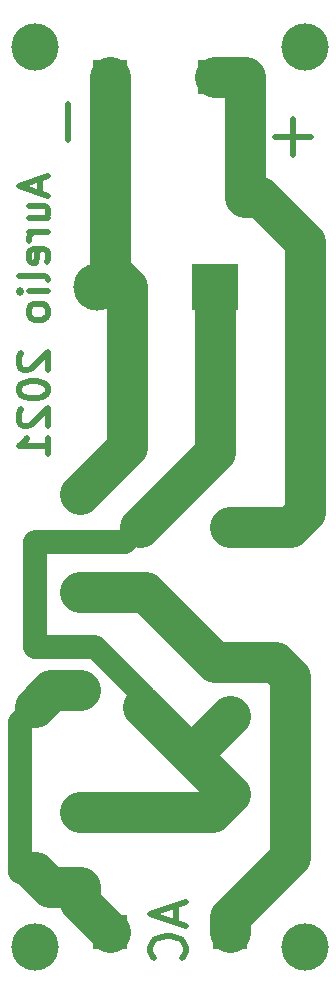
<source format=gbr>
%TF.GenerationSoftware,KiCad,Pcbnew,5.1.9-73d0e3b20d~88~ubuntu20.04.1*%
%TF.CreationDate,2021-04-01T19:01:08+02:00*%
%TF.ProjectId,fuente1,6675656e-7465-4312-9e6b-696361645f70,rev?*%
%TF.SameCoordinates,PXc1c960PYc1c960*%
%TF.FileFunction,Copper,L2,Bot*%
%TF.FilePolarity,Positive*%
%FSLAX46Y46*%
G04 Gerber Fmt 4.6, Leading zero omitted, Abs format (unit mm)*
G04 Created by KiCad (PCBNEW 5.1.9-73d0e3b20d~88~ubuntu20.04.1) date 2021-04-01 19:01:08*
%MOMM*%
%LPD*%
G01*
G04 APERTURE LIST*
%TA.AperFunction,NonConductor*%
%ADD10C,0.500000*%
%TD*%
%TA.AperFunction,ComponentPad*%
%ADD11C,3.000000*%
%TD*%
%TA.AperFunction,ComponentPad*%
%ADD12C,4.000000*%
%TD*%
%TA.AperFunction,ComponentPad*%
%ADD13R,4.000000X4.000000*%
%TD*%
%TA.AperFunction,ComponentPad*%
%ADD14R,3.000000X3.000000*%
%TD*%
%TA.AperFunction,ViaPad*%
%ADD15C,4.000000*%
%TD*%
%TA.AperFunction,Conductor*%
%ADD16C,3.500000*%
%TD*%
%TA.AperFunction,Conductor*%
%ADD17C,2.000000*%
%TD*%
G04 APERTURE END LIST*
D10*
X2956666Y-13733333D02*
X2956666Y-14923809D01*
X3670952Y-13495238D02*
X1170952Y-14328571D01*
X3670952Y-15161904D01*
X2004285Y-17066666D02*
X3670952Y-17066666D01*
X2004285Y-15995238D02*
X3313809Y-15995238D01*
X3551904Y-16114285D01*
X3670952Y-16352380D01*
X3670952Y-16709523D01*
X3551904Y-16947619D01*
X3432857Y-17066666D01*
X3670952Y-18257142D02*
X2004285Y-18257142D01*
X2480476Y-18257142D02*
X2242380Y-18376190D01*
X2123333Y-18495238D01*
X2004285Y-18733333D01*
X2004285Y-18971428D01*
X3551904Y-20757142D02*
X3670952Y-20519047D01*
X3670952Y-20042857D01*
X3551904Y-19804761D01*
X3313809Y-19685714D01*
X2361428Y-19685714D01*
X2123333Y-19804761D01*
X2004285Y-20042857D01*
X2004285Y-20519047D01*
X2123333Y-20757142D01*
X2361428Y-20876190D01*
X2599523Y-20876190D01*
X2837619Y-19685714D01*
X3670952Y-22304761D02*
X3551904Y-22066666D01*
X3313809Y-21947619D01*
X1170952Y-21947619D01*
X3670952Y-23257142D02*
X2004285Y-23257142D01*
X1170952Y-23257142D02*
X1290000Y-23138095D01*
X1409047Y-23257142D01*
X1290000Y-23376190D01*
X1170952Y-23257142D01*
X1409047Y-23257142D01*
X3670952Y-24804761D02*
X3551904Y-24566666D01*
X3432857Y-24447619D01*
X3194761Y-24328571D01*
X2480476Y-24328571D01*
X2242380Y-24447619D01*
X2123333Y-24566666D01*
X2004285Y-24804761D01*
X2004285Y-25161904D01*
X2123333Y-25400000D01*
X2242380Y-25519047D01*
X2480476Y-25638095D01*
X3194761Y-25638095D01*
X3432857Y-25519047D01*
X3551904Y-25400000D01*
X3670952Y-25161904D01*
X3670952Y-24804761D01*
X1409047Y-28495238D02*
X1290000Y-28614285D01*
X1170952Y-28852380D01*
X1170952Y-29447619D01*
X1290000Y-29685714D01*
X1409047Y-29804761D01*
X1647142Y-29923809D01*
X1885238Y-29923809D01*
X2242380Y-29804761D01*
X3670952Y-28376190D01*
X3670952Y-29923809D01*
X1170952Y-31471428D02*
X1170952Y-31709523D01*
X1290000Y-31947619D01*
X1409047Y-32066666D01*
X1647142Y-32185714D01*
X2123333Y-32304761D01*
X2718571Y-32304761D01*
X3194761Y-32185714D01*
X3432857Y-32066666D01*
X3551904Y-31947619D01*
X3670952Y-31709523D01*
X3670952Y-31471428D01*
X3551904Y-31233333D01*
X3432857Y-31114285D01*
X3194761Y-30995238D01*
X2718571Y-30876190D01*
X2123333Y-30876190D01*
X1647142Y-30995238D01*
X1409047Y-31114285D01*
X1290000Y-31233333D01*
X1170952Y-31471428D01*
X1409047Y-33257142D02*
X1290000Y-33376190D01*
X1170952Y-33614285D01*
X1170952Y-34209523D01*
X1290000Y-34447619D01*
X1409047Y-34566666D01*
X1647142Y-34685714D01*
X1885238Y-34685714D01*
X2242380Y-34566666D01*
X3670952Y-33138095D01*
X3670952Y-34685714D01*
X3670952Y-37066666D02*
X3670952Y-35638095D01*
X3670952Y-36352380D02*
X1170952Y-36352380D01*
X1528095Y-36114285D01*
X1766190Y-35876190D01*
X1885238Y-35638095D01*
X14470000Y-75255714D02*
X14470000Y-76684285D01*
X15327142Y-74970000D02*
X12327142Y-75970000D01*
X15327142Y-76970000D01*
X15041428Y-79684285D02*
X15184285Y-79541428D01*
X15327142Y-79112857D01*
X15327142Y-78827142D01*
X15184285Y-78398571D01*
X14898571Y-78112857D01*
X14612857Y-77970000D01*
X14041428Y-77827142D01*
X13612857Y-77827142D01*
X13041428Y-77970000D01*
X12755714Y-78112857D01*
X12470000Y-78398571D01*
X12327142Y-78827142D01*
X12327142Y-79112857D01*
X12470000Y-79541428D01*
X12612857Y-79684285D01*
X5365714Y-7366190D02*
X5365714Y-10413809D01*
X24415714Y-8636190D02*
X24415714Y-11683809D01*
X25939523Y-10160000D02*
X22891904Y-10160000D01*
D11*
%TO.P,D1,1*%
%TO.N,Net-(C1-Pad1)*%
X6350000Y-67310000D03*
%TO.P,D1,4*%
%TO.N,Net-(D1-Pad4)*%
X6350000Y-57010000D03*
%TO.P,D1,3*%
%TO.N,Net-(D1-Pad3)*%
X6350000Y-48710000D03*
%TO.P,D1,2*%
%TO.N,Net-(C1-Pad2)*%
X6350000Y-40370000D03*
%TD*%
%TO.P,F1,2*%
%TO.N,Net-(C1-Pad1)*%
X19050000Y-59180000D03*
%TO.P,F1,1*%
%TO.N,Net-(F1-Pad1)*%
X19050000Y-43180000D03*
%TD*%
D12*
%TO.P,C1,2*%
%TO.N,Net-(C1-Pad2)*%
X7780000Y-22860000D03*
D13*
%TO.P,C1,1*%
%TO.N,Net-(C1-Pad1)*%
X17780000Y-22860000D03*
%TD*%
D14*
%TO.P,J1,1*%
%TO.N,Net-(D1-Pad3)*%
X19050000Y-77470000D03*
%TD*%
%TO.P,J2,1*%
%TO.N,Net-(D1-Pad4)*%
X8890000Y-77470000D03*
%TD*%
%TO.P,JA1,1*%
%TO.N,Net-(F1-Pad1)*%
X17780000Y-5080000D03*
%TD*%
%TO.P,JB1,1*%
%TO.N,Net-(C1-Pad2)*%
X8890000Y-5080000D03*
%TD*%
D15*
%TO.N,*%
X2540000Y-2540000D03*
X25400000Y-2540000D03*
X2540000Y-78740000D03*
X25400000Y-78740000D03*
%TD*%
D16*
%TO.N,Net-(C1-Pad1)*%
X17520000Y-67310000D02*
X19050000Y-65780000D01*
X6350000Y-67310000D02*
X17520000Y-67310000D01*
X17780000Y-22860000D02*
X17780000Y-34290000D01*
X17780000Y-34290000D02*
X17780000Y-36830000D01*
X17780000Y-36830000D02*
X11430000Y-43180000D01*
X16005000Y-62225000D02*
X16005000Y-62735000D01*
X19050000Y-59180000D02*
X16005000Y-62225000D01*
X16005000Y-62735000D02*
X11690000Y-58420000D01*
X19050000Y-65780000D02*
X16005000Y-62735000D01*
D17*
X10160000Y-44450000D02*
X11430000Y-43180000D01*
X2540000Y-44450000D02*
X10160000Y-44450000D01*
X2540000Y-53340000D02*
X2540000Y-44450000D01*
X7620000Y-53340000D02*
X2540000Y-53340000D01*
X11690000Y-57410000D02*
X7620000Y-53340000D01*
X11690000Y-58420000D02*
X11690000Y-57410000D01*
D16*
%TO.N,Net-(C1-Pad2)*%
X10320000Y-36400000D02*
X6350000Y-40370000D01*
X8890000Y-21430000D02*
X10320000Y-22860000D01*
X10320000Y-22860000D02*
X10320000Y-36400000D01*
X8890000Y-5080000D02*
X8890000Y-21430000D01*
%TO.N,Net-(D1-Pad3)*%
X24130000Y-71120000D02*
X19050000Y-76200000D01*
X22860000Y-54610000D02*
X24130000Y-55880000D01*
X19050000Y-76200000D02*
X19050000Y-77470000D01*
X17780000Y-54610000D02*
X22860000Y-54610000D01*
X24130000Y-55880000D02*
X24130000Y-71120000D01*
X11880000Y-48710000D02*
X17780000Y-54610000D01*
X6350000Y-48710000D02*
X11880000Y-48710000D01*
%TO.N,Net-(D1-Pad4)*%
X2950000Y-58010000D02*
X2540000Y-58420000D01*
D17*
X2950000Y-58010000D02*
X1270000Y-59690000D01*
X1270000Y-59690000D02*
X1270000Y-72390000D01*
D16*
X6350000Y-73660000D02*
X3810000Y-73660000D01*
X3810000Y-73660000D02*
X2540000Y-72390000D01*
X3950000Y-57010000D02*
X2950000Y-58010000D01*
X6350000Y-57010000D02*
X3950000Y-57010000D01*
X6350000Y-74930000D02*
X8890000Y-77470000D01*
X6350000Y-73660000D02*
X6350000Y-74930000D01*
%TO.N,Net-(F1-Pad1)*%
X19050000Y-43180000D02*
X24130000Y-43180000D01*
X24130000Y-43180000D02*
X25400000Y-41910000D01*
X20320000Y-5080000D02*
X20320000Y-15240000D01*
X20320000Y-15240000D02*
X21590000Y-15240000D01*
X21590000Y-15240000D02*
X25400000Y-19050000D01*
X25400000Y-19050000D02*
X25400000Y-41910000D01*
X17780000Y-5080000D02*
X20320000Y-5080000D01*
%TD*%
M02*

</source>
